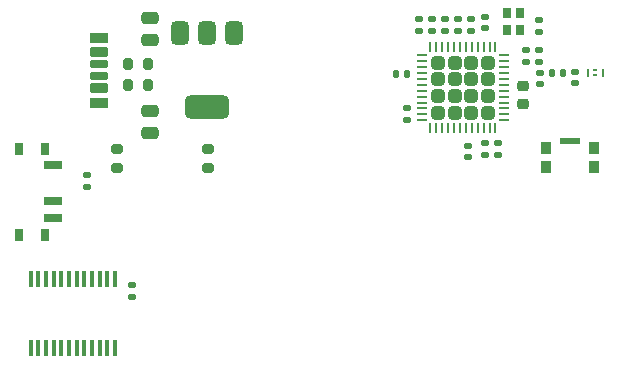
<source format=gbr>
%TF.GenerationSoftware,KiCad,Pcbnew,8.0.5*%
%TF.CreationDate,2024-09-24T02:20:12-04:00*%
%TF.ProjectId,ble_mcu_test_board,626c655f-6d63-4755-9f74-6573745f626f,rev?*%
%TF.SameCoordinates,Original*%
%TF.FileFunction,Paste,Top*%
%TF.FilePolarity,Positive*%
%FSLAX46Y46*%
G04 Gerber Fmt 4.6, Leading zero omitted, Abs format (unit mm)*
G04 Created by KiCad (PCBNEW 8.0.5) date 2024-09-24 02:20:12*
%MOMM*%
%LPD*%
G01*
G04 APERTURE LIST*
G04 Aperture macros list*
%AMRoundRect*
0 Rectangle with rounded corners*
0 $1 Rounding radius*
0 $2 $3 $4 $5 $6 $7 $8 $9 X,Y pos of 4 corners*
0 Add a 4 corners polygon primitive as box body*
4,1,4,$2,$3,$4,$5,$6,$7,$8,$9,$2,$3,0*
0 Add four circle primitives for the rounded corners*
1,1,$1+$1,$2,$3*
1,1,$1+$1,$4,$5*
1,1,$1+$1,$6,$7*
1,1,$1+$1,$8,$9*
0 Add four rect primitives between the rounded corners*
20,1,$1+$1,$2,$3,$4,$5,0*
20,1,$1+$1,$4,$5,$6,$7,0*
20,1,$1+$1,$6,$7,$8,$9,0*
20,1,$1+$1,$8,$9,$2,$3,0*%
G04 Aperture macros list end*
%ADD10R,0.800000X1.000000*%
%ADD11R,1.500000X0.700000*%
%ADD12RoundRect,0.135000X-0.185000X0.135000X-0.185000X-0.135000X0.185000X-0.135000X0.185000X0.135000X0*%
%ADD13RoundRect,0.140000X-0.170000X0.140000X-0.170000X-0.140000X0.170000X-0.140000X0.170000X0.140000X0*%
%ADD14RoundRect,0.200000X0.200000X0.275000X-0.200000X0.275000X-0.200000X-0.275000X0.200000X-0.275000X0*%
%ADD15RoundRect,0.200000X-0.275000X0.200000X-0.275000X-0.200000X0.275000X-0.200000X0.275000X0.200000X0*%
%ADD16RoundRect,0.250000X0.475000X-0.250000X0.475000X0.250000X-0.475000X0.250000X-0.475000X-0.250000X0*%
%ADD17RoundRect,0.140000X0.170000X-0.140000X0.170000X0.140000X-0.170000X0.140000X-0.170000X-0.140000X0*%
%ADD18RoundRect,0.140000X0.140000X0.170000X-0.140000X0.170000X-0.140000X-0.170000X0.140000X-0.170000X0*%
%ADD19R,0.900000X1.000000*%
%ADD20R,1.700000X0.550000*%
%ADD21RoundRect,0.200000X-0.200000X-0.275000X0.200000X-0.275000X0.200000X0.275000X-0.200000X0.275000X0*%
%ADD22RoundRect,0.250000X-0.475000X0.250000X-0.475000X-0.250000X0.475000X-0.250000X0.475000X0.250000X0*%
%ADD23RoundRect,0.225000X-0.250000X0.225000X-0.250000X-0.225000X0.250000X-0.225000X0.250000X0.225000X0*%
%ADD24R,0.355600X1.473200*%
%ADD25R,0.800000X0.900000*%
%ADD26R,0.279400X0.711200*%
%ADD27R,0.457200X0.254000*%
%ADD28RoundRect,0.375000X-0.375000X0.625000X-0.375000X-0.625000X0.375000X-0.625000X0.375000X0.625000X0*%
%ADD29RoundRect,0.500000X-1.400000X0.500000X-1.400000X-0.500000X1.400000X-0.500000X1.400000X0.500000X0*%
%ADD30RoundRect,0.147500X-0.147500X-0.172500X0.147500X-0.172500X0.147500X0.172500X-0.147500X0.172500X0*%
%ADD31RoundRect,0.175000X-0.625000X0.175000X-0.625000X-0.175000X0.625000X-0.175000X0.625000X0.175000X0*%
%ADD32RoundRect,0.200000X-0.600000X0.200000X-0.600000X-0.200000X0.600000X-0.200000X0.600000X0.200000X0*%
%ADD33RoundRect,0.225000X-0.575000X0.225000X-0.575000X-0.225000X0.575000X-0.225000X0.575000X0.225000X0*%
%ADD34RoundRect,0.250000X0.315000X-0.315000X0.315000X0.315000X-0.315000X0.315000X-0.315000X-0.315000X0*%
%ADD35RoundRect,0.062500X0.062500X-0.375000X0.062500X0.375000X-0.062500X0.375000X-0.062500X-0.375000X0*%
%ADD36RoundRect,0.062500X0.375000X-0.062500X0.375000X0.062500X-0.375000X0.062500X-0.375000X-0.062500X0*%
G04 APERTURE END LIST*
D10*
%TO.C,SW1*%
X112950000Y-99450000D03*
X112950000Y-92150000D03*
X115150000Y-99450000D03*
X115150000Y-92150000D03*
D11*
X115800000Y-98050000D03*
X115800000Y-96550000D03*
X115800000Y-93550000D03*
%TD*%
D12*
%TO.C,R4*%
X118700000Y-94390000D03*
X118700000Y-95410000D03*
%TD*%
D13*
%TO.C,C12*%
X152400000Y-91720000D03*
X152400000Y-92680000D03*
%TD*%
D14*
%TO.C,R6*%
X123825000Y-86750000D03*
X122175000Y-86750000D03*
%TD*%
D15*
%TO.C,R2*%
X121200000Y-92175000D03*
X121200000Y-93825000D03*
%TD*%
D13*
%TO.C,C16*%
X160000000Y-85670000D03*
X160000000Y-86630000D03*
%TD*%
D16*
%TO.C,C19*%
X124000000Y-83000000D03*
X124000000Y-81100000D03*
%TD*%
D17*
%TO.C,C5*%
X145750000Y-89710000D03*
X145750000Y-88750000D03*
%TD*%
D18*
%TO.C,C6*%
X145780000Y-85800000D03*
X144820000Y-85800000D03*
%TD*%
D19*
%TO.C,SW2*%
X157500000Y-92100000D03*
X161600000Y-92100000D03*
X157500000Y-93700000D03*
X161600000Y-93700000D03*
D20*
X159550000Y-91475000D03*
%TD*%
D17*
%TO.C,C15*%
X156900000Y-84780000D03*
X156900000Y-83820000D03*
%TD*%
D21*
%TO.C,R5*%
X122175000Y-85000000D03*
X123825000Y-85000000D03*
%TD*%
D17*
%TO.C,C14*%
X155800000Y-84780000D03*
X155800000Y-83820000D03*
%TD*%
D22*
%TO.C,C18*%
X124000000Y-88950000D03*
X124000000Y-90850000D03*
%TD*%
D15*
%TO.C,R1*%
X128900000Y-92175000D03*
X128900000Y-93825000D03*
%TD*%
D23*
%TO.C,C11*%
X155600000Y-86825000D03*
X155600000Y-88375000D03*
%TD*%
D24*
%TO.C,U4*%
X113900002Y-109000000D03*
X114550001Y-109000000D03*
X115199999Y-109000000D03*
X115850000Y-109000000D03*
X116499999Y-109000000D03*
X117150000Y-109000000D03*
X117799999Y-109000000D03*
X118450000Y-109000000D03*
X119099999Y-109000000D03*
X119750000Y-109000000D03*
X120399999Y-109000000D03*
X121050000Y-109000000D03*
X121050000Y-103158000D03*
X120400001Y-103158000D03*
X119750000Y-103158000D03*
X119100002Y-103158000D03*
X118450000Y-103158000D03*
X117800002Y-103158000D03*
X117150003Y-103158000D03*
X116500002Y-103158000D03*
X115850003Y-103158000D03*
X115200002Y-103158000D03*
X114550003Y-103158000D03*
X113900002Y-103158000D03*
%TD*%
D12*
%TO.C,R3*%
X122500000Y-103690000D03*
X122500000Y-104710000D03*
%TD*%
D17*
%TO.C,C2*%
X156900000Y-82260000D03*
X156900000Y-81300000D03*
%TD*%
%TO.C,C9*%
X149000000Y-82180000D03*
X149000000Y-81220000D03*
%TD*%
%TO.C,C4*%
X146800000Y-82180000D03*
X146800000Y-81220000D03*
%TD*%
D25*
%TO.C,Y1*%
X154200000Y-80700000D03*
X154200000Y-82100000D03*
X155300000Y-82100000D03*
X155300000Y-80700000D03*
%TD*%
D13*
%TO.C,C17*%
X157000000Y-85740000D03*
X157000000Y-86700000D03*
%TD*%
D26*
%TO.C,U2*%
X161100000Y-85720000D03*
D27*
X161709600Y-85491400D03*
D26*
X162319200Y-85720000D03*
D27*
X161709600Y-85948600D03*
%TD*%
D17*
%TO.C,C8*%
X147900000Y-82180000D03*
X147900000Y-81220000D03*
%TD*%
%TO.C,C7*%
X151200000Y-82180000D03*
X151200000Y-81220000D03*
%TD*%
D28*
%TO.C,U3*%
X131150000Y-82350000D03*
X128850000Y-82350000D03*
D29*
X128850000Y-88650000D03*
D28*
X126550000Y-82350000D03*
%TD*%
D13*
%TO.C,C3*%
X150950000Y-91920000D03*
X150950000Y-92880000D03*
%TD*%
D30*
%TO.C,L1*%
X158015000Y-85720000D03*
X158985000Y-85720000D03*
%TD*%
D13*
%TO.C,C1*%
X152400000Y-81020000D03*
X152400000Y-81980000D03*
%TD*%
D31*
%TO.C,J3*%
X119680000Y-85000000D03*
D32*
X119680000Y-87020000D03*
D33*
X119680000Y-88250000D03*
D31*
X119680000Y-86000000D03*
D32*
X119680000Y-83980000D03*
D33*
X119680000Y-82750000D03*
%TD*%
D13*
%TO.C,C13*%
X153500000Y-91720000D03*
X153500000Y-92680000D03*
%TD*%
D17*
%TO.C,C10*%
X150100000Y-82180000D03*
X150100000Y-81220000D03*
%TD*%
D34*
%TO.C,U1*%
X148400000Y-89100000D03*
X149800000Y-89100000D03*
X151200000Y-89100000D03*
X152600000Y-89100000D03*
X148400000Y-87700000D03*
X149800000Y-87700000D03*
X151200000Y-87700000D03*
X152600000Y-87700000D03*
X148400000Y-86300000D03*
X149800000Y-86300000D03*
X151200000Y-86300000D03*
X152600000Y-86300000D03*
X148400000Y-84900000D03*
X149800000Y-84900000D03*
X151200000Y-84900000D03*
X152600000Y-84900000D03*
D35*
X147750000Y-90437500D03*
X148250000Y-90437500D03*
X148750000Y-90437500D03*
X149250000Y-90437500D03*
X149750000Y-90437500D03*
X150250000Y-90437500D03*
X150750000Y-90437500D03*
X151250000Y-90437500D03*
X151750000Y-90437500D03*
X152250000Y-90437500D03*
X152750000Y-90437500D03*
X153250000Y-90437500D03*
D36*
X153937500Y-89750000D03*
X153937500Y-89250000D03*
X153937500Y-88750000D03*
X153937500Y-88250000D03*
X153937500Y-87750000D03*
X153937500Y-87250000D03*
X153937500Y-86750000D03*
X153937500Y-86250000D03*
X153937500Y-85750000D03*
X153937500Y-85250000D03*
X153937500Y-84750000D03*
X153937500Y-84250000D03*
D35*
X153250000Y-83562500D03*
X152750000Y-83562500D03*
X152250000Y-83562500D03*
X151750000Y-83562500D03*
X151250000Y-83562500D03*
X150750000Y-83562500D03*
X150250000Y-83562500D03*
X149750000Y-83562500D03*
X149250000Y-83562500D03*
X148750000Y-83562500D03*
X148250000Y-83562500D03*
X147750000Y-83562500D03*
D36*
X147062500Y-84250000D03*
X147062500Y-84750000D03*
X147062500Y-85250000D03*
X147062500Y-85750000D03*
X147062500Y-86250000D03*
X147062500Y-86750000D03*
X147062500Y-87250000D03*
X147062500Y-87750000D03*
X147062500Y-88250000D03*
X147062500Y-88750000D03*
X147062500Y-89250000D03*
X147062500Y-89750000D03*
%TD*%
M02*

</source>
